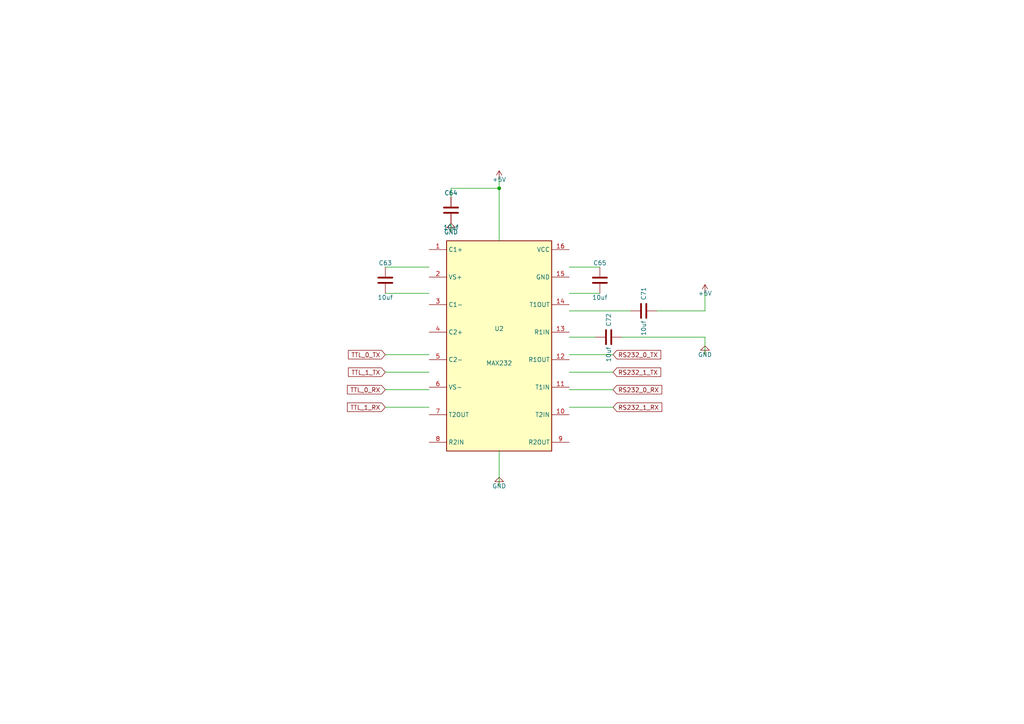
<source format=kicad_sch>
(kicad_sch (version 20231120) (generator "tokn_decoder") (generator_version "1.0")
  (paper "A4")
  (title_block (title "Dual TTL UART to RS232. MAX232 Reference Design"))
  (lib_symbols
    (symbol "Device:C" (pin_numbers (hide yes)) (pin_names (offset 0.254))
      (property "Reference" "C" (at 0.635 2.54 0))
      (property "Value" "C" (at 0.635 -2.54 0))
      (symbol "C_0_1"
        (polyline (pts (xy -2.032 0.762) (xy 2.032 0.762)) (stroke (width 0.508)))
        (polyline (pts (xy -2.032 -0.762) (xy 2.032 -0.762)) (stroke (width 0.508)))
      )
      (symbol "C_1_1"
        (pin passive line (at 0 3.81 270) (length 2.794) (name "~") (number "1"))
        (pin passive line (at 0 -3.81 90) (length 2.794) (name "~") (number "2"))
      )
    )
    (symbol "tokn:MAX232"
      (property "Reference" "IC" (at 22.32 -30.48 0))
      (property "Value" "MAX232" (at 22.32 -27.94 0))
      (symbol "MAX232_1_1"
        (rectangle (start -15.24 -30.48) (end 15.24 30.48) (stroke (width 0.254)) (fill (type background)))
        (pin passive line (at -20.32 27.94 0) (length 5.08) (name "C1+") (number "1"))
        (pin passive line (at -20.32 19.95714285714286 0) (length 5.08) (name "VS+") (number "2"))
        (pin passive line (at -20.32 11.974285714285715 0) (length 5.08) (name "C1-") (number "3"))
        (pin passive line (at -20.32 3.991428571428571 0) (length 5.08) (name "C2+") (number "4"))
        (pin passive line (at -20.32 -3.991428571428571 0) (length 5.08) (name "C2-") (number "5"))
        (pin passive line (at -20.32 -11.974285714285717 0) (length 5.08) (name "VS-") (number "6"))
        (pin passive line (at -20.32 -19.95714285714286 0) (length 5.08) (name "T2OUT") (number "7"))
        (pin passive line (at -20.32 -27.94 0) (length 5.08) (name "R2IN") (number "8"))
        (pin passive line (at 20.32 -27.94 180) (length 5.08) (name "R2OUT") (number "9"))
        (pin passive line (at 20.32 -19.95714285714286 180) (length 5.08) (name "T2IN") (number "10"))
        (pin passive line (at 20.32 -11.974285714285715 180) (length 5.08) (name "T1IN") (number "11"))
        (pin passive line (at 20.32 -3.991428571428571 180) (length 5.08) (name "R1OUT") (number "12"))
        (pin passive line (at 20.32 3.991428571428571 180) (length 5.08) (name "R1IN") (number "13"))
        (pin passive line (at 20.32 11.974285714285717 180) (length 5.08) (name "T1OUT") (number "14"))
        (pin passive line (at 20.32 19.95714285714286 180) (length 5.08) (name "GND") (number "15"))
        (pin passive line (at 20.32 27.94 180) (length 5.08) (name "VCC") (number "16"))
      )
    )
    (symbol "power:GND" (power) (pin_numbers (hide yes)) (pin_names (offset 0) (hide yes))
      (property "Value" "GND" (at 0 -3.81 0))
      (symbol "GND_0_1"
        (polyline (pts (xy 0 0) (xy 0 -1.27) (xy 1.27 -1.27) (xy 0 -2.54) (xy -1.27 -1.27) (xy 0 -1.27)))
      )
      (symbol "GND_1_1"
        (pin power_in line (at 0 0 270) (length 0) (name "~") (number "1"))
      )
    )
    (symbol "power:+5V" (power) (pin_numbers (hide yes)) (pin_names (offset 0) (hide yes))
      (property "Value" "+5V" (at 0 3.556 0))
      (symbol "+5V_0_1"
        (polyline (pts (xy -0.762 1.27) (xy 0 2.54)))
        (polyline (pts (xy 0 2.54) (xy 0.762 1.27)))
        (polyline (pts (xy 0 0) (xy 0 2.54)))
      )
      (symbol "+5V_1_1"
        (pin power_in line (at 0 0 90) (length 0) (name "~") (number "1"))
      )
    )
  )
  (junction (at 144.78 54.61))
  (wire (pts (xy 130.81 54.61) (xy 144.78 54.61)))
  (wire (pts (xy 130.81 57.15) (xy 130.81 54.61)))
  (wire (pts (xy 144.78 52.07) (xy 144.78 54.61)))
  (wire (pts (xy 144.78 54.61) (xy 144.78 69.85)))
  (wire (pts (xy 204.47 85.09) (xy 204.47 90.17)))
  (wire (pts (xy 190.5 90.17) (xy 204.47 90.17)))
  (wire (pts (xy 130.81 64.77) (xy 130.81 67.31)))
  (wire (pts (xy 204.47 97.79) (xy 204.47 102.87)))
  (wire (pts (xy 180.34 97.79) (xy 204.47 97.79)))
  (wire (pts (xy 144.78 130.81) (xy 144.78 140.97)))
  (wire (pts (xy 165.1 113.03) (xy 177.8 113.03)))
  (wire (pts (xy 165.1 102.87) (xy 177.8 102.87)))
  (wire (pts (xy 165.1 118.11) (xy 177.8 118.11)))
  (wire (pts (xy 165.1 107.95) (xy 177.8 107.95)))
  (wire (pts (xy 111.76 113.03) (xy 124.46 113.03)))
  (wire (pts (xy 111.76 102.87) (xy 124.46 102.87)))
  (wire (pts (xy 111.76 118.11) (xy 124.46 118.11)))
  (wire (pts (xy 111.76 107.95) (xy 124.46 107.95)))
  (wire (pts (xy 111.76 77.47) (xy 124.46 77.47)))
  (wire (pts (xy 165.1 90.17) (xy 182.88 90.17)))
  (wire (pts (xy 165.1 97.79) (xy 172.72 97.79)))
  (wire (pts (xy 165.1 85.09) (xy 173.99 85.09)))
  (wire (pts (xy 165.1 77.47) (xy 173.99 77.47)))
  (wire (pts (xy 111.76 85.09) (xy 124.46 85.09)))
  (global_label "RS232_0_RX" (shape input) (at 177.8 113.03 0) (property "Intersheetrefs" "${INTERSHEET_REFS}" (effects (hide yes))))
  (global_label "RS232_0_TX" (shape input) (at 177.8 102.87 0) (property "Intersheetrefs" "${INTERSHEET_REFS}" (effects (hide yes))))
  (global_label "RS232_1_RX" (shape input) (at 177.8 118.11 0) (property "Intersheetrefs" "${INTERSHEET_REFS}" (effects (hide yes))))
  (global_label "RS232_1_TX" (shape input) (at 177.8 107.95 0) (property "Intersheetrefs" "${INTERSHEET_REFS}" (effects (hide yes))))
  (global_label "TTL_0_RX" (shape input) (at 111.76 113.03 180) (property "Intersheetrefs" "${INTERSHEET_REFS}" (effects (hide yes))))
  (global_label "TTL_0_TX" (shape input) (at 111.76 102.87 180) (property "Intersheetrefs" "${INTERSHEET_REFS}" (effects (hide yes))))
  (global_label "TTL_1_RX" (shape input) (at 111.76 118.11 180) (property "Intersheetrefs" "${INTERSHEET_REFS}" (effects (hide yes))))
  (global_label "TTL_1_TX" (shape input) (at 111.76 107.95 180) (property "Intersheetrefs" "${INTERSHEET_REFS}" (effects (hide yes))))
  (symbol (lib_id "Device:C") (at 111.76 81.28 0) (unit 1)
    (property "Reference" "C63" (at 111.76 76.28 0))
    (property "Value" "10uf" (at 111.76 86.28 0))
    (property "Footprint" "Capacitor_SMD:C_0603_1608Metric" (effects (hide yes)))
  )
  (symbol (lib_id "Device:C") (at 130.81 60.96 0) (unit 1)
    (property "Reference" "C64" (at 130.81 55.96 0))
    (property "Value" "10uf" (at 130.81 65.96000000000001 0))
    (property "Footprint" "Capacitor_SMD:C_0603_1608Metric" (effects (hide yes)))
  )
  (symbol (lib_id "Device:C") (at 173.99 81.28 0) (unit 1)
    (property "Reference" "C65" (at 173.99 76.28 0))
    (property "Value" "10uf" (at 173.99 86.28 0))
    (property "Footprint" "Capacitor_SMD:C_0603_1608Metric" (effects (hide yes)))
  )
  (symbol (lib_id "Device:C") (at 186.69 90.17 90) (unit 1)
    (property "Reference" "C71" (at 186.69 85.17 0))
    (property "Value" "10uf" (at 186.69 95.17 0))
    (property "Footprint" "Capacitor_SMD:C_0603_1608Metric" (effects (hide yes)))
  )
  (symbol (lib_id "Device:C") (at 176.53 97.79 270) (unit 1)
    (property "Reference" "C72" (at 176.53 92.79 0))
    (property "Value" "10uf" (at 176.53 102.79 0))
    (property "Footprint" "Capacitor_SMD:C_0603_1608Metric" (effects (hide yes)))
  )
  (symbol (lib_id "tokn:MAX232") (at 144.78 100.33 0) (unit 1)
    (property "Reference" "U2" (at 144.78 95.33 0))
    (property "Value" "MAX232" (at 144.78 105.33 0))
    (property "Footprint" "Package_SO:SOIC-16_3.9x9.9mm_P1.27mm" (effects (hide yes)))
  )
  (symbol (lib_id "power:+5V") (at 144.78 52.07 0) (unit 1)
    (property "Reference" "#PWR01" (effects (hide yes)))
    (property "Value" "+5V" (at 144.78 52.07 0))
  )
  (symbol (lib_id "power:+5V") (at 204.47 85.09 0) (unit 1)
    (property "Reference" "#PWR02" (effects (hide yes)))
    (property "Value" "+5V" (at 204.47 85.09 0))
  )
  (symbol (lib_id "power:GND") (at 130.81 67.31 180) (unit 1)
    (property "Reference" "#PWR03" (effects (hide yes)))
    (property "Value" "GND" (at 130.81 67.31 0))
  )
  (symbol (lib_id "power:GND") (at 204.47 102.87 180) (unit 1)
    (property "Reference" "#PWR04" (effects (hide yes)))
    (property "Value" "GND" (at 204.47 102.87 0))
  )
  (symbol (lib_id "power:GND") (at 144.78 140.97 180) (unit 1)
    (property "Reference" "#PWR05" (effects (hide yes)))
    (property "Value" "GND" (at 144.78 140.97 0))
  )
)
</source>
